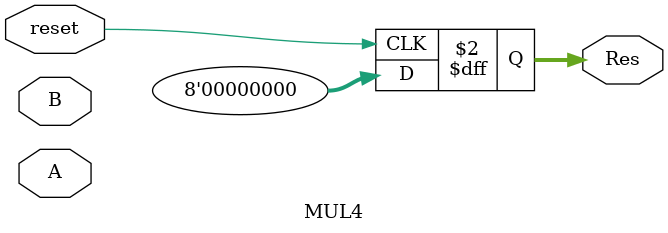
<source format=v>

`timescale 1ns/1ps

module MUL4(reset, A, B, Res);
    input reset;
    input [3:0] A,B;
    output [7:0] Res;
    
    wire w0,w1,w2,w4;
    reg [8:0] Acc;

    always @(posedge reset)
    begin
        if (reset) begin
            Acc <= 0;
            Res <= 0;
        end
    end
endmodule

</source>
